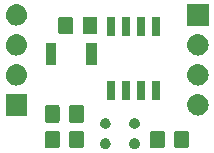
<source format=gbr>
G04 #@! TF.GenerationSoftware,KiCad,Pcbnew,(5.0.1)-4*
G04 #@! TF.CreationDate,2019-02-09T15:25:37-05:00*
G04 #@! TF.ProjectId,noname.kicad_pcb_V1_2,6E6F6E616D652E6B696361645F706362,rev?*
G04 #@! TF.SameCoordinates,Original*
G04 #@! TF.FileFunction,Soldermask,Top*
G04 #@! TF.FilePolarity,Negative*
%FSLAX46Y46*%
G04 Gerber Fmt 4.6, Leading zero omitted, Abs format (unit mm)*
G04 Created by KiCad (PCBNEW (5.0.1)-4) date 2/9/2019 3:25:37 PM*
%MOMM*%
%LPD*%
G01*
G04 APERTURE LIST*
%ADD10C,0.100000*%
G04 APERTURE END LIST*
D10*
G36*
X110581493Y-63154524D02*
X110663534Y-63188506D01*
X110736870Y-63237508D01*
X110737371Y-63237843D01*
X110800157Y-63300629D01*
X110800159Y-63300632D01*
X110849494Y-63374466D01*
X110883476Y-63456507D01*
X110900800Y-63543600D01*
X110900800Y-63632400D01*
X110883476Y-63719493D01*
X110849494Y-63801534D01*
X110802261Y-63872222D01*
X110800157Y-63875371D01*
X110737371Y-63938157D01*
X110737368Y-63938159D01*
X110663534Y-63987494D01*
X110581493Y-64021476D01*
X110494401Y-64038800D01*
X110405599Y-64038800D01*
X110318507Y-64021476D01*
X110236466Y-63987494D01*
X110162632Y-63938159D01*
X110162629Y-63938157D01*
X110099843Y-63875371D01*
X110097739Y-63872222D01*
X110050506Y-63801534D01*
X110016524Y-63719493D01*
X109999200Y-63632400D01*
X109999200Y-63543600D01*
X110016524Y-63456507D01*
X110050506Y-63374466D01*
X110099841Y-63300632D01*
X110099843Y-63300629D01*
X110162629Y-63237843D01*
X110163130Y-63237508D01*
X110236466Y-63188506D01*
X110318507Y-63154524D01*
X110405599Y-63137200D01*
X110494401Y-63137200D01*
X110581493Y-63154524D01*
X110581493Y-63154524D01*
G37*
G36*
X108121493Y-63154524D02*
X108203534Y-63188506D01*
X108276870Y-63237508D01*
X108277371Y-63237843D01*
X108340157Y-63300629D01*
X108340159Y-63300632D01*
X108389494Y-63374466D01*
X108423476Y-63456507D01*
X108440800Y-63543600D01*
X108440800Y-63632400D01*
X108423476Y-63719493D01*
X108389494Y-63801534D01*
X108342261Y-63872222D01*
X108340157Y-63875371D01*
X108277371Y-63938157D01*
X108277368Y-63938159D01*
X108203534Y-63987494D01*
X108121493Y-64021476D01*
X108034401Y-64038800D01*
X107945599Y-64038800D01*
X107858507Y-64021476D01*
X107776466Y-63987494D01*
X107702632Y-63938159D01*
X107702629Y-63938157D01*
X107639843Y-63875371D01*
X107637739Y-63872222D01*
X107590506Y-63801534D01*
X107556524Y-63719493D01*
X107539200Y-63632400D01*
X107539200Y-63543600D01*
X107556524Y-63456507D01*
X107590506Y-63374466D01*
X107639841Y-63300632D01*
X107639843Y-63300629D01*
X107702629Y-63237843D01*
X107703130Y-63237508D01*
X107776466Y-63188506D01*
X107858507Y-63154524D01*
X107945599Y-63137200D01*
X108034401Y-63137200D01*
X108121493Y-63154524D01*
X108121493Y-63154524D01*
G37*
G36*
X114899543Y-62499663D02*
X114937222Y-62511093D01*
X114971939Y-62529650D01*
X115002374Y-62554626D01*
X115027350Y-62585061D01*
X115045907Y-62619778D01*
X115057337Y-62657457D01*
X115061800Y-62702773D01*
X115061800Y-63789227D01*
X115057337Y-63834543D01*
X115045907Y-63872222D01*
X115027350Y-63906939D01*
X115002374Y-63937374D01*
X114971939Y-63962350D01*
X114937222Y-63980907D01*
X114899543Y-63992337D01*
X114854227Y-63996800D01*
X114017773Y-63996800D01*
X113972457Y-63992337D01*
X113934778Y-63980907D01*
X113900061Y-63962350D01*
X113869626Y-63937374D01*
X113844650Y-63906939D01*
X113826093Y-63872222D01*
X113814663Y-63834543D01*
X113810200Y-63789227D01*
X113810200Y-62702773D01*
X113814663Y-62657457D01*
X113826093Y-62619778D01*
X113844650Y-62585061D01*
X113869626Y-62554626D01*
X113900061Y-62529650D01*
X113934778Y-62511093D01*
X113972457Y-62499663D01*
X114017773Y-62495200D01*
X114854227Y-62495200D01*
X114899543Y-62499663D01*
X114899543Y-62499663D01*
G37*
G36*
X112849543Y-62499663D02*
X112887222Y-62511093D01*
X112921939Y-62529650D01*
X112952374Y-62554626D01*
X112977350Y-62585061D01*
X112995907Y-62619778D01*
X113007337Y-62657457D01*
X113011800Y-62702773D01*
X113011800Y-63789227D01*
X113007337Y-63834543D01*
X112995907Y-63872222D01*
X112977350Y-63906939D01*
X112952374Y-63937374D01*
X112921939Y-63962350D01*
X112887222Y-63980907D01*
X112849543Y-63992337D01*
X112804227Y-63996800D01*
X111967773Y-63996800D01*
X111922457Y-63992337D01*
X111884778Y-63980907D01*
X111850061Y-63962350D01*
X111819626Y-63937374D01*
X111794650Y-63906939D01*
X111776093Y-63872222D01*
X111764663Y-63834543D01*
X111760200Y-63789227D01*
X111760200Y-62702773D01*
X111764663Y-62657457D01*
X111776093Y-62619778D01*
X111794650Y-62585061D01*
X111819626Y-62554626D01*
X111850061Y-62529650D01*
X111884778Y-62511093D01*
X111922457Y-62499663D01*
X111967773Y-62495200D01*
X112804227Y-62495200D01*
X112849543Y-62499663D01*
X112849543Y-62499663D01*
G37*
G36*
X106009543Y-62499663D02*
X106047222Y-62511093D01*
X106081939Y-62529650D01*
X106112374Y-62554626D01*
X106137350Y-62585061D01*
X106155907Y-62619778D01*
X106167337Y-62657457D01*
X106171800Y-62702773D01*
X106171800Y-63789227D01*
X106167337Y-63834543D01*
X106155907Y-63872222D01*
X106137350Y-63906939D01*
X106112374Y-63937374D01*
X106081939Y-63962350D01*
X106047222Y-63980907D01*
X106009543Y-63992337D01*
X105964227Y-63996800D01*
X105127773Y-63996800D01*
X105082457Y-63992337D01*
X105044778Y-63980907D01*
X105010061Y-63962350D01*
X104979626Y-63937374D01*
X104954650Y-63906939D01*
X104936093Y-63872222D01*
X104924663Y-63834543D01*
X104920200Y-63789227D01*
X104920200Y-62702773D01*
X104924663Y-62657457D01*
X104936093Y-62619778D01*
X104954650Y-62585061D01*
X104979626Y-62554626D01*
X105010061Y-62529650D01*
X105044778Y-62511093D01*
X105082457Y-62499663D01*
X105127773Y-62495200D01*
X105964227Y-62495200D01*
X106009543Y-62499663D01*
X106009543Y-62499663D01*
G37*
G36*
X103959543Y-62499663D02*
X103997222Y-62511093D01*
X104031939Y-62529650D01*
X104062374Y-62554626D01*
X104087350Y-62585061D01*
X104105907Y-62619778D01*
X104117337Y-62657457D01*
X104121800Y-62702773D01*
X104121800Y-63789227D01*
X104117337Y-63834543D01*
X104105907Y-63872222D01*
X104087350Y-63906939D01*
X104062374Y-63937374D01*
X104031939Y-63962350D01*
X103997222Y-63980907D01*
X103959543Y-63992337D01*
X103914227Y-63996800D01*
X103077773Y-63996800D01*
X103032457Y-63992337D01*
X102994778Y-63980907D01*
X102960061Y-63962350D01*
X102929626Y-63937374D01*
X102904650Y-63906939D01*
X102886093Y-63872222D01*
X102874663Y-63834543D01*
X102870200Y-63789227D01*
X102870200Y-62702773D01*
X102874663Y-62657457D01*
X102886093Y-62619778D01*
X102904650Y-62585061D01*
X102929626Y-62554626D01*
X102960061Y-62529650D01*
X102994778Y-62511093D01*
X103032457Y-62499663D01*
X103077773Y-62495200D01*
X103914227Y-62495200D01*
X103959543Y-62499663D01*
X103959543Y-62499663D01*
G37*
G36*
X110581493Y-61454524D02*
X110663534Y-61488506D01*
X110736870Y-61537508D01*
X110737371Y-61537843D01*
X110800157Y-61600629D01*
X110800159Y-61600632D01*
X110849494Y-61674466D01*
X110849494Y-61674467D01*
X110883476Y-61756507D01*
X110898607Y-61832572D01*
X110900800Y-61843600D01*
X110900800Y-61932400D01*
X110883476Y-62019493D01*
X110849494Y-62101534D01*
X110800492Y-62174870D01*
X110800157Y-62175371D01*
X110737371Y-62238157D01*
X110737368Y-62238159D01*
X110663534Y-62287494D01*
X110581493Y-62321476D01*
X110494401Y-62338800D01*
X110405599Y-62338800D01*
X110318507Y-62321476D01*
X110236466Y-62287494D01*
X110162632Y-62238159D01*
X110162629Y-62238157D01*
X110099843Y-62175371D01*
X110099508Y-62174870D01*
X110050506Y-62101534D01*
X110016524Y-62019493D01*
X109999200Y-61932400D01*
X109999200Y-61843600D01*
X110001394Y-61832572D01*
X110016524Y-61756507D01*
X110050506Y-61674467D01*
X110050506Y-61674466D01*
X110099841Y-61600632D01*
X110099843Y-61600629D01*
X110162629Y-61537843D01*
X110163130Y-61537508D01*
X110236466Y-61488506D01*
X110318507Y-61454524D01*
X110405599Y-61437200D01*
X110494401Y-61437200D01*
X110581493Y-61454524D01*
X110581493Y-61454524D01*
G37*
G36*
X108121493Y-61454524D02*
X108203534Y-61488506D01*
X108276870Y-61537508D01*
X108277371Y-61537843D01*
X108340157Y-61600629D01*
X108340159Y-61600632D01*
X108389494Y-61674466D01*
X108389494Y-61674467D01*
X108423476Y-61756507D01*
X108438607Y-61832572D01*
X108440800Y-61843600D01*
X108440800Y-61932400D01*
X108423476Y-62019493D01*
X108389494Y-62101534D01*
X108340492Y-62174870D01*
X108340157Y-62175371D01*
X108277371Y-62238157D01*
X108277368Y-62238159D01*
X108203534Y-62287494D01*
X108121493Y-62321476D01*
X108034401Y-62338800D01*
X107945599Y-62338800D01*
X107858507Y-62321476D01*
X107776466Y-62287494D01*
X107702632Y-62238159D01*
X107702629Y-62238157D01*
X107639843Y-62175371D01*
X107639508Y-62174870D01*
X107590506Y-62101534D01*
X107556524Y-62019493D01*
X107539200Y-61932400D01*
X107539200Y-61843600D01*
X107541394Y-61832572D01*
X107556524Y-61756507D01*
X107590506Y-61674467D01*
X107590506Y-61674466D01*
X107639841Y-61600632D01*
X107639843Y-61600629D01*
X107702629Y-61537843D01*
X107703130Y-61537508D01*
X107776466Y-61488506D01*
X107858507Y-61454524D01*
X107945599Y-61437200D01*
X108034401Y-61437200D01*
X108121493Y-61454524D01*
X108121493Y-61454524D01*
G37*
G36*
X103959543Y-60340663D02*
X103997222Y-60352093D01*
X104031939Y-60370650D01*
X104062374Y-60395626D01*
X104087350Y-60426061D01*
X104105907Y-60460778D01*
X104117337Y-60498457D01*
X104121800Y-60543773D01*
X104121800Y-61630227D01*
X104117337Y-61675543D01*
X104105907Y-61713222D01*
X104087350Y-61747939D01*
X104062374Y-61778374D01*
X104031939Y-61803350D01*
X103997222Y-61821907D01*
X103959543Y-61833337D01*
X103914227Y-61837800D01*
X103077773Y-61837800D01*
X103032457Y-61833337D01*
X102994778Y-61821907D01*
X102960061Y-61803350D01*
X102929626Y-61778374D01*
X102904650Y-61747939D01*
X102886093Y-61713222D01*
X102874663Y-61675543D01*
X102870200Y-61630227D01*
X102870200Y-60543773D01*
X102874663Y-60498457D01*
X102886093Y-60460778D01*
X102904650Y-60426061D01*
X102929626Y-60395626D01*
X102960061Y-60370650D01*
X102994778Y-60352093D01*
X103032457Y-60340663D01*
X103077773Y-60336200D01*
X103914227Y-60336200D01*
X103959543Y-60340663D01*
X103959543Y-60340663D01*
G37*
G36*
X106009543Y-60340663D02*
X106047222Y-60352093D01*
X106081939Y-60370650D01*
X106112374Y-60395626D01*
X106137350Y-60426061D01*
X106155907Y-60460778D01*
X106167337Y-60498457D01*
X106171800Y-60543773D01*
X106171800Y-61630227D01*
X106167337Y-61675543D01*
X106155907Y-61713222D01*
X106137350Y-61747939D01*
X106112374Y-61778374D01*
X106081939Y-61803350D01*
X106047222Y-61821907D01*
X106009543Y-61833337D01*
X105964227Y-61837800D01*
X105127773Y-61837800D01*
X105082457Y-61833337D01*
X105044778Y-61821907D01*
X105010061Y-61803350D01*
X104979626Y-61778374D01*
X104954650Y-61747939D01*
X104936093Y-61713222D01*
X104924663Y-61675543D01*
X104920200Y-61630227D01*
X104920200Y-60543773D01*
X104924663Y-60498457D01*
X104936093Y-60460778D01*
X104954650Y-60426061D01*
X104979626Y-60395626D01*
X105010061Y-60370650D01*
X105044778Y-60352093D01*
X105082457Y-60340663D01*
X105127773Y-60336200D01*
X105964227Y-60336200D01*
X106009543Y-60340663D01*
X106009543Y-60340663D01*
G37*
G36*
X101357800Y-61225800D02*
X99556200Y-61225800D01*
X99556200Y-59424200D01*
X101357800Y-59424200D01*
X101357800Y-61225800D01*
X101357800Y-61225800D01*
G37*
G36*
X115912362Y-59428545D02*
X116000588Y-59437234D01*
X116113789Y-59471573D01*
X116170390Y-59488743D01*
X116308980Y-59562822D01*
X116326879Y-59572389D01*
X116362609Y-59601712D01*
X116464044Y-59684956D01*
X116547288Y-59786391D01*
X116576611Y-59822121D01*
X116576612Y-59822123D01*
X116660257Y-59978610D01*
X116660257Y-59978611D01*
X116711766Y-60148412D01*
X116729158Y-60325000D01*
X116711766Y-60501588D01*
X116698969Y-60543773D01*
X116660257Y-60671390D01*
X116586178Y-60809980D01*
X116576611Y-60827879D01*
X116547288Y-60863609D01*
X116464044Y-60965044D01*
X116362609Y-61048288D01*
X116326879Y-61077611D01*
X116326877Y-61077612D01*
X116170390Y-61161257D01*
X116113789Y-61178427D01*
X116000588Y-61212766D01*
X115912362Y-61221455D01*
X115868250Y-61225800D01*
X115779750Y-61225800D01*
X115735638Y-61221455D01*
X115647412Y-61212766D01*
X115534211Y-61178427D01*
X115477610Y-61161257D01*
X115321123Y-61077612D01*
X115321121Y-61077611D01*
X115285391Y-61048288D01*
X115183956Y-60965044D01*
X115100712Y-60863609D01*
X115071389Y-60827879D01*
X115061822Y-60809980D01*
X114987743Y-60671390D01*
X114949031Y-60543773D01*
X114936234Y-60501588D01*
X114918842Y-60325000D01*
X114936234Y-60148412D01*
X114987743Y-59978611D01*
X114987743Y-59978610D01*
X115071388Y-59822123D01*
X115071389Y-59822121D01*
X115100712Y-59786391D01*
X115183956Y-59684956D01*
X115285391Y-59601712D01*
X115321121Y-59572389D01*
X115339020Y-59562822D01*
X115477610Y-59488743D01*
X115534211Y-59471573D01*
X115647412Y-59437234D01*
X115735638Y-59428545D01*
X115779750Y-59424200D01*
X115868250Y-59424200D01*
X115912362Y-59428545D01*
X115912362Y-59428545D01*
G37*
G36*
X108808800Y-59913800D02*
X108107200Y-59913800D01*
X108107200Y-58262200D01*
X108808800Y-58262200D01*
X108808800Y-59913800D01*
X108808800Y-59913800D01*
G37*
G36*
X112618800Y-59913800D02*
X111917200Y-59913800D01*
X111917200Y-58262200D01*
X112618800Y-58262200D01*
X112618800Y-59913800D01*
X112618800Y-59913800D01*
G37*
G36*
X111348800Y-59913800D02*
X110647200Y-59913800D01*
X110647200Y-58262200D01*
X111348800Y-58262200D01*
X111348800Y-59913800D01*
X111348800Y-59913800D01*
G37*
G36*
X110078800Y-59913800D02*
X109377200Y-59913800D01*
X109377200Y-58262200D01*
X110078800Y-58262200D01*
X110078800Y-59913800D01*
X110078800Y-59913800D01*
G37*
G36*
X100545362Y-56888545D02*
X100633588Y-56897234D01*
X100746789Y-56931573D01*
X100803390Y-56948743D01*
X100941980Y-57022822D01*
X100959879Y-57032389D01*
X100995609Y-57061712D01*
X101097044Y-57144956D01*
X101180288Y-57246391D01*
X101209611Y-57282121D01*
X101209612Y-57282123D01*
X101293257Y-57438610D01*
X101293257Y-57438611D01*
X101344766Y-57608412D01*
X101362158Y-57785000D01*
X101344766Y-57961588D01*
X101310427Y-58074789D01*
X101293257Y-58131390D01*
X101223337Y-58262200D01*
X101209611Y-58287879D01*
X101180288Y-58323609D01*
X101097044Y-58425044D01*
X100995609Y-58508288D01*
X100959879Y-58537611D01*
X100959877Y-58537612D01*
X100803390Y-58621257D01*
X100746789Y-58638427D01*
X100633588Y-58672766D01*
X100545362Y-58681455D01*
X100501250Y-58685800D01*
X100412750Y-58685800D01*
X100368638Y-58681455D01*
X100280412Y-58672766D01*
X100167211Y-58638427D01*
X100110610Y-58621257D01*
X99954123Y-58537612D01*
X99954121Y-58537611D01*
X99918391Y-58508288D01*
X99816956Y-58425044D01*
X99733712Y-58323609D01*
X99704389Y-58287879D01*
X99690663Y-58262200D01*
X99620743Y-58131390D01*
X99603573Y-58074789D01*
X99569234Y-57961588D01*
X99551842Y-57785000D01*
X99569234Y-57608412D01*
X99620743Y-57438611D01*
X99620743Y-57438610D01*
X99704388Y-57282123D01*
X99704389Y-57282121D01*
X99733712Y-57246391D01*
X99816956Y-57144956D01*
X99918391Y-57061712D01*
X99954121Y-57032389D01*
X99972020Y-57022822D01*
X100110610Y-56948743D01*
X100167211Y-56931573D01*
X100280412Y-56897234D01*
X100368638Y-56888545D01*
X100412750Y-56884200D01*
X100501250Y-56884200D01*
X100545362Y-56888545D01*
X100545362Y-56888545D01*
G37*
G36*
X115912362Y-56888545D02*
X116000588Y-56897234D01*
X116113789Y-56931573D01*
X116170390Y-56948743D01*
X116308980Y-57022822D01*
X116326879Y-57032389D01*
X116362609Y-57061712D01*
X116464044Y-57144956D01*
X116547288Y-57246391D01*
X116576611Y-57282121D01*
X116576612Y-57282123D01*
X116660257Y-57438610D01*
X116660257Y-57438611D01*
X116711766Y-57608412D01*
X116729158Y-57785000D01*
X116711766Y-57961588D01*
X116677427Y-58074789D01*
X116660257Y-58131390D01*
X116590337Y-58262200D01*
X116576611Y-58287879D01*
X116547288Y-58323609D01*
X116464044Y-58425044D01*
X116362609Y-58508288D01*
X116326879Y-58537611D01*
X116326877Y-58537612D01*
X116170390Y-58621257D01*
X116113789Y-58638427D01*
X116000588Y-58672766D01*
X115912362Y-58681455D01*
X115868250Y-58685800D01*
X115779750Y-58685800D01*
X115735638Y-58681455D01*
X115647412Y-58672766D01*
X115534211Y-58638427D01*
X115477610Y-58621257D01*
X115321123Y-58537612D01*
X115321121Y-58537611D01*
X115285391Y-58508288D01*
X115183956Y-58425044D01*
X115100712Y-58323609D01*
X115071389Y-58287879D01*
X115057663Y-58262200D01*
X114987743Y-58131390D01*
X114970573Y-58074789D01*
X114936234Y-57961588D01*
X114918842Y-57785000D01*
X114936234Y-57608412D01*
X114987743Y-57438611D01*
X114987743Y-57438610D01*
X115071388Y-57282123D01*
X115071389Y-57282121D01*
X115100712Y-57246391D01*
X115183956Y-57144956D01*
X115285391Y-57061712D01*
X115321121Y-57032389D01*
X115339020Y-57022822D01*
X115477610Y-56948743D01*
X115534211Y-56931573D01*
X115647412Y-56897234D01*
X115735638Y-56888545D01*
X115779750Y-56884200D01*
X115868250Y-56884200D01*
X115912362Y-56888545D01*
X115912362Y-56888545D01*
G37*
G36*
X107243300Y-56907800D02*
X106341700Y-56907800D01*
X106341700Y-55106200D01*
X107243300Y-55106200D01*
X107243300Y-56907800D01*
X107243300Y-56907800D01*
G37*
G36*
X103843300Y-56907800D02*
X102941700Y-56907800D01*
X102941700Y-55106200D01*
X103843300Y-55106200D01*
X103843300Y-56907800D01*
X103843300Y-56907800D01*
G37*
G36*
X100545362Y-54348545D02*
X100633588Y-54357234D01*
X100746789Y-54391573D01*
X100803390Y-54408743D01*
X100941980Y-54482822D01*
X100959879Y-54492389D01*
X100985968Y-54513800D01*
X101097044Y-54604956D01*
X101180288Y-54706391D01*
X101209611Y-54742121D01*
X101209612Y-54742123D01*
X101293257Y-54898610D01*
X101293257Y-54898611D01*
X101344766Y-55068412D01*
X101362158Y-55245000D01*
X101344766Y-55421588D01*
X101310427Y-55534789D01*
X101293257Y-55591390D01*
X101219178Y-55729980D01*
X101209611Y-55747879D01*
X101180288Y-55783609D01*
X101097044Y-55885044D01*
X100995609Y-55968288D01*
X100959879Y-55997611D01*
X100959877Y-55997612D01*
X100803390Y-56081257D01*
X100746789Y-56098427D01*
X100633588Y-56132766D01*
X100545362Y-56141455D01*
X100501250Y-56145800D01*
X100412750Y-56145800D01*
X100368638Y-56141455D01*
X100280412Y-56132766D01*
X100167211Y-56098427D01*
X100110610Y-56081257D01*
X99954123Y-55997612D01*
X99954121Y-55997611D01*
X99918391Y-55968288D01*
X99816956Y-55885044D01*
X99733712Y-55783609D01*
X99704389Y-55747879D01*
X99694822Y-55729980D01*
X99620743Y-55591390D01*
X99603573Y-55534789D01*
X99569234Y-55421588D01*
X99551842Y-55245000D01*
X99569234Y-55068412D01*
X99620743Y-54898611D01*
X99620743Y-54898610D01*
X99704388Y-54742123D01*
X99704389Y-54742121D01*
X99733712Y-54706391D01*
X99816956Y-54604956D01*
X99928032Y-54513800D01*
X99954121Y-54492389D01*
X99972020Y-54482822D01*
X100110610Y-54408743D01*
X100167211Y-54391573D01*
X100280412Y-54357234D01*
X100368638Y-54348545D01*
X100412750Y-54344200D01*
X100501250Y-54344200D01*
X100545362Y-54348545D01*
X100545362Y-54348545D01*
G37*
G36*
X115912362Y-54348545D02*
X116000588Y-54357234D01*
X116113789Y-54391573D01*
X116170390Y-54408743D01*
X116308980Y-54482822D01*
X116326879Y-54492389D01*
X116352968Y-54513800D01*
X116464044Y-54604956D01*
X116547288Y-54706391D01*
X116576611Y-54742121D01*
X116576612Y-54742123D01*
X116660257Y-54898610D01*
X116660257Y-54898611D01*
X116711766Y-55068412D01*
X116729158Y-55245000D01*
X116711766Y-55421588D01*
X116677427Y-55534789D01*
X116660257Y-55591390D01*
X116586178Y-55729980D01*
X116576611Y-55747879D01*
X116547288Y-55783609D01*
X116464044Y-55885044D01*
X116362609Y-55968288D01*
X116326879Y-55997611D01*
X116326877Y-55997612D01*
X116170390Y-56081257D01*
X116113789Y-56098427D01*
X116000588Y-56132766D01*
X115912362Y-56141455D01*
X115868250Y-56145800D01*
X115779750Y-56145800D01*
X115735638Y-56141455D01*
X115647412Y-56132766D01*
X115534211Y-56098427D01*
X115477610Y-56081257D01*
X115321123Y-55997612D01*
X115321121Y-55997611D01*
X115285391Y-55968288D01*
X115183956Y-55885044D01*
X115100712Y-55783609D01*
X115071389Y-55747879D01*
X115061822Y-55729980D01*
X114987743Y-55591390D01*
X114970573Y-55534789D01*
X114936234Y-55421588D01*
X114918842Y-55245000D01*
X114936234Y-55068412D01*
X114987743Y-54898611D01*
X114987743Y-54898610D01*
X115071388Y-54742123D01*
X115071389Y-54742121D01*
X115100712Y-54706391D01*
X115183956Y-54604956D01*
X115295032Y-54513800D01*
X115321121Y-54492389D01*
X115339020Y-54482822D01*
X115477610Y-54408743D01*
X115534211Y-54391573D01*
X115647412Y-54357234D01*
X115735638Y-54348545D01*
X115779750Y-54344200D01*
X115868250Y-54344200D01*
X115912362Y-54348545D01*
X115912362Y-54348545D01*
G37*
G36*
X111348800Y-54513800D02*
X110647200Y-54513800D01*
X110647200Y-52862200D01*
X111348800Y-52862200D01*
X111348800Y-54513800D01*
X111348800Y-54513800D01*
G37*
G36*
X112618800Y-54513800D02*
X111917200Y-54513800D01*
X111917200Y-52862200D01*
X112618800Y-52862200D01*
X112618800Y-54513800D01*
X112618800Y-54513800D01*
G37*
G36*
X110078800Y-54513800D02*
X109377200Y-54513800D01*
X109377200Y-52862200D01*
X110078800Y-52862200D01*
X110078800Y-54513800D01*
X110078800Y-54513800D01*
G37*
G36*
X108808800Y-54513800D02*
X108107200Y-54513800D01*
X108107200Y-52862200D01*
X108808800Y-52862200D01*
X108808800Y-54513800D01*
X108808800Y-54513800D01*
G37*
G36*
X105102543Y-52847663D02*
X105140222Y-52859093D01*
X105174939Y-52877650D01*
X105205374Y-52902626D01*
X105230350Y-52933061D01*
X105248907Y-52967778D01*
X105260337Y-53005457D01*
X105264800Y-53050773D01*
X105264800Y-54137227D01*
X105260337Y-54182543D01*
X105248907Y-54220222D01*
X105230350Y-54254939D01*
X105205374Y-54285374D01*
X105174939Y-54310350D01*
X105140222Y-54328907D01*
X105102543Y-54340337D01*
X105057227Y-54344800D01*
X104220773Y-54344800D01*
X104175457Y-54340337D01*
X104137778Y-54328907D01*
X104103061Y-54310350D01*
X104072626Y-54285374D01*
X104047650Y-54254939D01*
X104029093Y-54220222D01*
X104017663Y-54182543D01*
X104013200Y-54137227D01*
X104013200Y-53050773D01*
X104017663Y-53005457D01*
X104029093Y-52967778D01*
X104047650Y-52933061D01*
X104072626Y-52902626D01*
X104103061Y-52877650D01*
X104137778Y-52859093D01*
X104175457Y-52847663D01*
X104220773Y-52843200D01*
X105057227Y-52843200D01*
X105102543Y-52847663D01*
X105102543Y-52847663D01*
G37*
G36*
X107152543Y-52847663D02*
X107190222Y-52859093D01*
X107224939Y-52877650D01*
X107255374Y-52902626D01*
X107280350Y-52933061D01*
X107298907Y-52967778D01*
X107310337Y-53005457D01*
X107314800Y-53050773D01*
X107314800Y-54137227D01*
X107310337Y-54182543D01*
X107298907Y-54220222D01*
X107280350Y-54254939D01*
X107255374Y-54285374D01*
X107224939Y-54310350D01*
X107190222Y-54328907D01*
X107152543Y-54340337D01*
X107107227Y-54344800D01*
X106270773Y-54344800D01*
X106225457Y-54340337D01*
X106187778Y-54328907D01*
X106153061Y-54310350D01*
X106122626Y-54285374D01*
X106097650Y-54254939D01*
X106079093Y-54220222D01*
X106067663Y-54182543D01*
X106063200Y-54137227D01*
X106063200Y-53050773D01*
X106067663Y-53005457D01*
X106079093Y-52967778D01*
X106097650Y-52933061D01*
X106122626Y-52902626D01*
X106153061Y-52877650D01*
X106187778Y-52859093D01*
X106225457Y-52847663D01*
X106270773Y-52843200D01*
X107107227Y-52843200D01*
X107152543Y-52847663D01*
X107152543Y-52847663D01*
G37*
G36*
X116724800Y-53605800D02*
X114923200Y-53605800D01*
X114923200Y-51804200D01*
X116724800Y-51804200D01*
X116724800Y-53605800D01*
X116724800Y-53605800D01*
G37*
G36*
X100545362Y-51808545D02*
X100633588Y-51817234D01*
X100746789Y-51851573D01*
X100803390Y-51868743D01*
X100941980Y-51942822D01*
X100959879Y-51952389D01*
X100995609Y-51981712D01*
X101097044Y-52064956D01*
X101180288Y-52166391D01*
X101209611Y-52202121D01*
X101209612Y-52202123D01*
X101293257Y-52358610D01*
X101293257Y-52358611D01*
X101344766Y-52528412D01*
X101362158Y-52705000D01*
X101344766Y-52881588D01*
X101319729Y-52964123D01*
X101293257Y-53051390D01*
X101287476Y-53062205D01*
X101209611Y-53207879D01*
X101180288Y-53243609D01*
X101097044Y-53345044D01*
X100995609Y-53428288D01*
X100959879Y-53457611D01*
X100959877Y-53457612D01*
X100803390Y-53541257D01*
X100746789Y-53558427D01*
X100633588Y-53592766D01*
X100545362Y-53601455D01*
X100501250Y-53605800D01*
X100412750Y-53605800D01*
X100368638Y-53601455D01*
X100280412Y-53592766D01*
X100167211Y-53558427D01*
X100110610Y-53541257D01*
X99954123Y-53457612D01*
X99954121Y-53457611D01*
X99918391Y-53428288D01*
X99816956Y-53345044D01*
X99733712Y-53243609D01*
X99704389Y-53207879D01*
X99626524Y-53062205D01*
X99620743Y-53051390D01*
X99594271Y-52964123D01*
X99569234Y-52881588D01*
X99551842Y-52705000D01*
X99569234Y-52528412D01*
X99620743Y-52358611D01*
X99620743Y-52358610D01*
X99704388Y-52202123D01*
X99704389Y-52202121D01*
X99733712Y-52166391D01*
X99816956Y-52064956D01*
X99918391Y-51981712D01*
X99954121Y-51952389D01*
X99972020Y-51942822D01*
X100110610Y-51868743D01*
X100167211Y-51851573D01*
X100280412Y-51817234D01*
X100368638Y-51808545D01*
X100412750Y-51804200D01*
X100501250Y-51804200D01*
X100545362Y-51808545D01*
X100545362Y-51808545D01*
G37*
M02*

</source>
